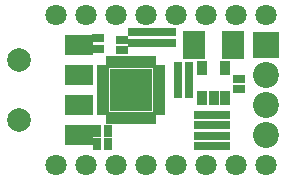
<source format=gts>
G04 (created by PCBNEW (2013-jul-07)-stable) date Mon 06 Jan 2014 05:23:51 AM EST*
%MOIN*%
G04 Gerber Fmt 3.4, Leading zero omitted, Abs format*
%FSLAX34Y34*%
G01*
G70*
G90*
G04 APERTURE LIST*
%ADD10C,0.00590551*%
%ADD11R,0.025548X0.039348*%
%ADD12R,0.039348X0.025548*%
%ADD13R,0.141732X0.141732*%
%ADD14R,0.0866142X0.0866142*%
%ADD15C,0.0866142*%
%ADD16R,0.035748X0.045748*%
%ADD17R,0.075748X0.095748*%
%ADD18R,0.031448X0.039348*%
%ADD19R,0.039348X0.031448*%
%ADD20C,0.070748*%
%ADD21R,0.0944882X0.065748*%
%ADD22C,0.0787402*%
G04 APERTURE END LIST*
G54D10*
G54D11*
X88688Y-57556D03*
X88491Y-57556D03*
X88294Y-57556D03*
X88097Y-57556D03*
X87901Y-57556D03*
X87704Y-57556D03*
X87507Y-57556D03*
X87310Y-57556D03*
G54D12*
X87054Y-58598D03*
X87054Y-58794D03*
X87054Y-58991D03*
X87054Y-59188D03*
G54D13*
X88000Y-58500D03*
G54D12*
X87054Y-57811D03*
X87054Y-58008D03*
X87054Y-58205D03*
X87054Y-58401D03*
G54D11*
X87312Y-59444D03*
X87509Y-59445D03*
X87705Y-59445D03*
X87902Y-59445D03*
X88099Y-59445D03*
X88296Y-59445D03*
X88493Y-59445D03*
X88690Y-59445D03*
G54D12*
X88945Y-59189D03*
X88945Y-58992D03*
X88945Y-58795D03*
X88945Y-58599D03*
X88945Y-58402D03*
X88945Y-58205D03*
X88945Y-58008D03*
X88945Y-57811D03*
G54D14*
X92500Y-57000D03*
G54D15*
X92500Y-58000D03*
X92500Y-59000D03*
X92500Y-60000D03*
G54D16*
X90375Y-58750D03*
X91125Y-58750D03*
X90375Y-57750D03*
X90750Y-58750D03*
X91125Y-57750D03*
G54D17*
X90100Y-57000D03*
X91400Y-57000D03*
G54D18*
X89573Y-58550D03*
X89927Y-58550D03*
G54D19*
X88100Y-56927D03*
X88100Y-56573D03*
X87700Y-56823D03*
X87700Y-57177D03*
G54D18*
X89927Y-57750D03*
X89573Y-57750D03*
X89573Y-58150D03*
X89927Y-58150D03*
G54D19*
X88500Y-56927D03*
X88500Y-56573D03*
X91600Y-58123D03*
X91600Y-58477D03*
G54D18*
X86873Y-59850D03*
X87227Y-59850D03*
G54D19*
X89300Y-56927D03*
X89300Y-56573D03*
G54D18*
X86873Y-60300D03*
X87227Y-60300D03*
G54D19*
X86900Y-56773D03*
X86900Y-57127D03*
X88900Y-56927D03*
X88900Y-56573D03*
G54D20*
X85500Y-61000D03*
X86500Y-61000D03*
X87500Y-61000D03*
X88500Y-61000D03*
X89500Y-61000D03*
X90500Y-61000D03*
X91500Y-61000D03*
X92500Y-61000D03*
X92500Y-56000D03*
X91500Y-56000D03*
X90500Y-56000D03*
X89500Y-56000D03*
X88500Y-56000D03*
X87500Y-56000D03*
X86500Y-56000D03*
X85500Y-56000D03*
G54D19*
X90700Y-59323D03*
X90700Y-59677D03*
X90300Y-60377D03*
X90300Y-60023D03*
X90300Y-59323D03*
X90300Y-59677D03*
X91100Y-59323D03*
X91100Y-59677D03*
X91100Y-60377D03*
X91100Y-60023D03*
X90700Y-60023D03*
X90700Y-60377D03*
G54D21*
X86250Y-57000D03*
X86250Y-58000D03*
X86250Y-59000D03*
X86250Y-60000D03*
G54D22*
X84253Y-57500D03*
X84253Y-59500D03*
M02*

</source>
